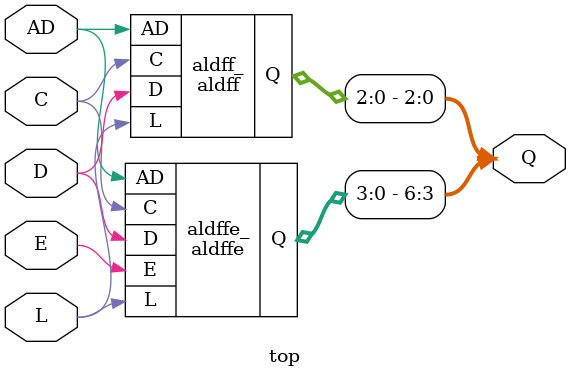
<source format=v>
module aldff(input C, L, AD, D, output [2:0] Q);
\$_ALDFF_PP_ ff0 (.C(C), .L(L), .AD(AD), .D(D), .Q(Q[0]));
\$_ALDFF_PN_ ff1 (.C(C), .L(L), .AD(AD), .D(D), .Q(Q[1]));
\$_ALDFF_NP_ ff2 (.C(C), .L(L), .AD(AD), .D(D), .Q(Q[2]));
endmodule

module aldffe(input C, E, L, AD, D, output [3:0] Q);
\$_ALDFFE_PPP_ ff0 (.C(C), .L(L), .AD(AD), .E(E), .D(D), .Q(Q[0]));
\$_ALDFFE_PPN_ ff1 (.C(C), .L(L), .AD(AD), .E(E), .D(D), .Q(Q[1]));
\$_ALDFFE_PNP_ ff2 (.C(C), .L(L), .AD(AD), .E(E), .D(D), .Q(Q[2]));
\$_ALDFFE_NPP_ ff3 (.C(C), .L(L), .AD(AD), .E(E), .D(D), .Q(Q[3]));
endmodule

module top(input C, E, L, AD, D, output [6:0] Q);
aldff aldff_(.C(C), .L(L), .AD(AD), .D(D), .Q(Q[2:0]));
aldffe aldffe_(.C(C), .L(L), .AD(AD), .E(E), .D(D), .Q(Q[6:3]));
endmodule

</source>
